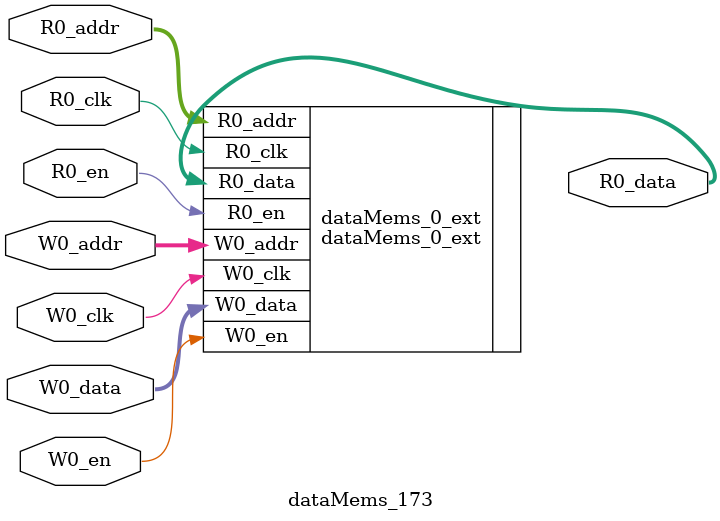
<source format=sv>
`ifndef RANDOMIZE
  `ifdef RANDOMIZE_REG_INIT
    `define RANDOMIZE
  `endif // RANDOMIZE_REG_INIT
`endif // not def RANDOMIZE
`ifndef RANDOMIZE
  `ifdef RANDOMIZE_MEM_INIT
    `define RANDOMIZE
  `endif // RANDOMIZE_MEM_INIT
`endif // not def RANDOMIZE

`ifndef RANDOM
  `define RANDOM $random
`endif // not def RANDOM

// Users can define 'PRINTF_COND' to add an extra gate to prints.
`ifndef PRINTF_COND_
  `ifdef PRINTF_COND
    `define PRINTF_COND_ (`PRINTF_COND)
  `else  // PRINTF_COND
    `define PRINTF_COND_ 1
  `endif // PRINTF_COND
`endif // not def PRINTF_COND_

// Users can define 'ASSERT_VERBOSE_COND' to add an extra gate to assert error printing.
`ifndef ASSERT_VERBOSE_COND_
  `ifdef ASSERT_VERBOSE_COND
    `define ASSERT_VERBOSE_COND_ (`ASSERT_VERBOSE_COND)
  `else  // ASSERT_VERBOSE_COND
    `define ASSERT_VERBOSE_COND_ 1
  `endif // ASSERT_VERBOSE_COND
`endif // not def ASSERT_VERBOSE_COND_

// Users can define 'STOP_COND' to add an extra gate to stop conditions.
`ifndef STOP_COND_
  `ifdef STOP_COND
    `define STOP_COND_ (`STOP_COND)
  `else  // STOP_COND
    `define STOP_COND_ 1
  `endif // STOP_COND
`endif // not def STOP_COND_

// Users can define INIT_RANDOM as general code that gets injected into the
// initializer block for modules with registers.
`ifndef INIT_RANDOM
  `define INIT_RANDOM
`endif // not def INIT_RANDOM

// If using random initialization, you can also define RANDOMIZE_DELAY to
// customize the delay used, otherwise 0.002 is used.
`ifndef RANDOMIZE_DELAY
  `define RANDOMIZE_DELAY 0.002
`endif // not def RANDOMIZE_DELAY

// Define INIT_RANDOM_PROLOG_ for use in our modules below.
`ifndef INIT_RANDOM_PROLOG_
  `ifdef RANDOMIZE
    `ifdef VERILATOR
      `define INIT_RANDOM_PROLOG_ `INIT_RANDOM
    `else  // VERILATOR
      `define INIT_RANDOM_PROLOG_ `INIT_RANDOM #`RANDOMIZE_DELAY begin end
    `endif // VERILATOR
  `else  // RANDOMIZE
    `define INIT_RANDOM_PROLOG_
  `endif // RANDOMIZE
`endif // not def INIT_RANDOM_PROLOG_

// Include register initializers in init blocks unless synthesis is set
`ifndef SYNTHESIS
  `ifndef ENABLE_INITIAL_REG_
    `define ENABLE_INITIAL_REG_
  `endif // not def ENABLE_INITIAL_REG_
`endif // not def SYNTHESIS

// Include rmemory initializers in init blocks unless synthesis is set
`ifndef SYNTHESIS
  `ifndef ENABLE_INITIAL_MEM_
    `define ENABLE_INITIAL_MEM_
  `endif // not def ENABLE_INITIAL_MEM_
`endif // not def SYNTHESIS

module dataMems_173(	// @[generators/ara/src/main/scala/UnsafeAXI4ToTL.scala:365:62]
  input  [4:0]  R0_addr,
  input         R0_en,
  input         R0_clk,
  output [66:0] R0_data,
  input  [4:0]  W0_addr,
  input         W0_en,
  input         W0_clk,
  input  [66:0] W0_data
);

  dataMems_0_ext dataMems_0_ext (	// @[generators/ara/src/main/scala/UnsafeAXI4ToTL.scala:365:62]
    .R0_addr (R0_addr),
    .R0_en   (R0_en),
    .R0_clk  (R0_clk),
    .R0_data (R0_data),
    .W0_addr (W0_addr),
    .W0_en   (W0_en),
    .W0_clk  (W0_clk),
    .W0_data (W0_data)
  );
endmodule


</source>
